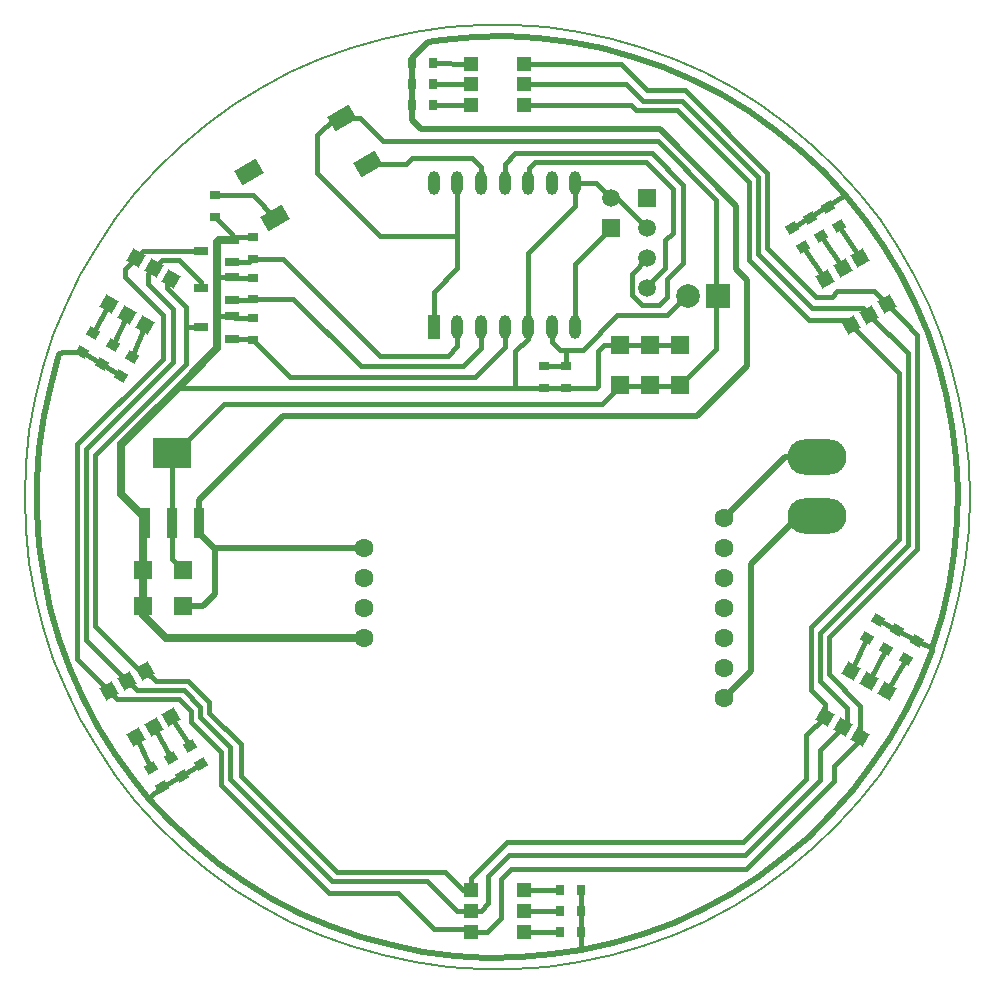
<source format=gtl>
%FSLAX23Y23*%
%MOMM*%
%SFA1B1*%

%IPPOS*%
%AMD14*
4,1,4,0.609600,-0.106680,0.210820,0.581660,-0.609600,0.106680,-0.210820,-0.581660,0.609600,-0.106680,0.0*
%
%AMD15*
4,1,4,0.210820,-0.581660,0.609600,0.106680,-0.210820,0.581660,-0.609600,-0.106680,0.210820,-0.581660,0.0*
%
%AMD16*
4,1,4,-0.817880,0.218440,-0.218440,-0.817880,0.817880,-0.218440,0.218440,0.817880,-0.817880,0.218440,0.0*
%
%AMD17*
4,1,4,-0.218440,0.817880,-0.817880,-0.218440,0.218440,-0.817880,0.817880,0.218440,-0.218440,0.817880,0.0*
%
%AMD23*
4,1,4,-1.257300,0.081280,-0.558800,-1.130300,1.257300,-0.081280,0.558800,1.130300,-1.257300,0.081280,0.0*
%
%ADD10C,0.199898*%
%ADD11C,0.508000*%
%ADD12R,0.949960X0.800100*%
%ADD13R,1.199896X0.649986*%
G04~CAMADD=14~9~0.0~0.0~315.0~374.0~0.0~0.0~0~0.0~0.0~0.0~0.0~0~0.0~0.0~0.0~0.0~0~0.0~0.0~0.0~300.0~480.0~457.0*
%ADD14D14*%
G04~CAMADD=15~9~0.0~0.0~315.0~374.0~0.0~0.0~0~0.0~0.0~0.0~0.0~0~0.0~0.0~0.0~0.0~0~0.0~0.0~0.0~240.0~480.0~457.0*
%ADD15D15*%
G04~CAMADD=16~10~0.0~472.4~0.0~0.0~0.0~0.0~0~0.0~0.0~0.0~0.0~0~0.0~0.0~0.0~0.0~0~0.0~0.0~0.0~120.0~472.4~0.0*
%ADD16D16*%
G04~CAMADD=17~10~0.0~472.4~0.0~0.0~0.0~0.0~0~0.0~0.0~0.0~0.0~0~0.0~0.0~0.0~0.0~0~0.0~0.0~0.0~420.0~472.4~0.0*
%ADD17D17*%
%ADD18O,0.999998X1.999996*%
%ADD19R,0.999998X1.999996*%
%ADD20R,1.599946X1.599946*%
%ADD21R,3.299968X2.549906*%
%ADD22R,0.949960X2.549906*%
G04~CAMADD=23~9~0.0~0.0~551.2~826.8~0.0~0.0~0~0.0~0.0~0.0~0.0~0~0.0~0.0~0.0~0.0~0~0.0~0.0~0.0~120.0~990.0~889.0*
%ADD23D23*%
%ADD24R,1.599946X1.599946*%
%ADD25R,0.800100X0.949960*%
%ADD26R,1.199896X1.199896*%
%ADD27C,0.635000*%
%ADD28C,0.381000*%
%ADD29R,1.500124X1.500124*%
%ADD30C,1.500124*%
%ADD31O,4.999990X2.999994*%
%ADD32C,1.999996*%
%ADD33R,1.999996X1.999996*%
%ADD34C,1.599946*%
G54D10*
X39999Y176783D02*
D01*
X39902Y179574*
X39610Y182350*
X39125Y185100*
X38450Y187809*
X37587Y190464*
X36541Y193053*
X35317Y195562*
X33921Y197980*
X32360Y200295*
X30641Y202495*
X28773Y204570*
X26765Y206509*
X24626Y208304*
X22367Y209945*
X19999Y211424*
X17534Y212735*
X14984Y213871*
X12360Y214826*
X9676Y215595*
X6945Y216176*
X4181Y216564*
X1395Y216759*
X-1395*
X-4181Y216564*
X-6945Y216176*
X-9676Y215595*
X-12360Y214826*
X-14984Y213871*
X-17534Y212735*
X-19999Y211424*
X-22367Y209945*
X-24626Y208304*
X-26765Y206509*
X-28773Y204570*
X-30641Y202495*
X-32360Y200295*
X-33921Y197980*
X-35317Y195562*
X-36541Y193053*
X-37587Y190464*
X-38450Y187809*
X-39125Y185100*
X-39610Y182350*
X-39902Y179574*
X-39999Y176783*
X-39902Y173993*
X-39610Y171217*
X-39125Y168467*
X-38450Y165758*
X-37587Y163103*
X-36541Y160514*
X-35317Y158005*
X-33921Y155587*
X-32360Y153272*
X-30641Y151072*
X-28773Y148997*
X-26765Y147058*
X-24626Y145263*
X-22367Y143622*
X-19999Y142143*
X-17534Y140832*
X-14984Y139696*
X-12360Y138741*
X-9676Y137972*
X-6945Y137391*
X-4181Y137003*
X-1395Y136808*
X1395*
X4181Y137003*
X6945Y137391*
X9676Y137972*
X12360Y138741*
X14984Y139696*
X17534Y140832*
X19999Y142143*
X22367Y143622*
X24626Y145263*
X26765Y147058*
X28773Y148997*
X30641Y151072*
X32360Y153272*
X33921Y155587*
X35317Y158005*
X36541Y160514*
X37587Y163103*
X38450Y165758*
X39125Y168467*
X39610Y171217*
X39902Y173993*
X39999Y176783*
G54D11*
X29476Y202321D02*
D01*
X27622Y204315*
X25635Y206175*
X23522Y207891*
X21295Y209456*
X18964Y210862*
X16540Y212102*
X14036Y213170*
X11464Y214060*
X8836Y214769*
X6164Y215293*
X3463Y215629*
X745Y215776*
X-1976Y215733*
X-4688Y215501*
X-5827Y215346*
X36843Y163996D02*
D01*
X37646Y166597*
X38265Y169248*
X38697Y171935*
X38941Y174647*
X38995Y177368*
X38859Y180087*
X38534Y182790*
X38021Y185463*
X37323Y188094*
X36443Y190670*
X35386Y193179*
X34156Y195607*
X32760Y197944*
X31204Y200178*
X29496Y202297*
X29476Y202321*
X7110Y138437D02*
D01*
X9768Y139027*
X12378Y139800*
X14927Y140753*
X17404Y141883*
X19796Y143182*
X22092Y144644*
X24280Y146264*
X26350Y148032*
X28291Y149940*
X30095Y151979*
X31752Y154139*
X33254Y156409*
X34595Y158778*
X35766Y161235*
X36764Y163768*
X36843Y163996*
X-29538Y151319D02*
D01*
X-27690Y149320*
X-25707Y147456*
X-23598Y145734*
X-21375Y144163*
X-19048Y142752*
X-16627Y141506*
X-14126Y140432*
X-11556Y139535*
X-8929Y138820*
X-6259Y138289*
X-3559Y137946*
X-841Y137793*
X1880Y137829*
X4593Y138055*
X7110Y138437*
X-37074Y188887D02*
D01*
X-37828Y186271*
X-38397Y183609*
X-38780Y180914*
X-38974Y178199*
X-38978Y175477*
X-38791Y172761*
X-38416Y170065*
X-37854Y167401*
X-37107Y164784*
X-36180Y162224*
X-35076Y159736*
X-33802Y157331*
X-32362Y155020*
X-30765Y152816*
X-29538Y151319*
X25566Y175172D02*
X27050D01*
X21462Y171068D02*
X25566Y175172D01*
X21462Y162051D02*
Y171068D01*
X19176Y159765D02*
X21462Y162051D01*
X24343Y180172D02*
X27050D01*
X19176Y175005D02*
X24343Y180172D01*
X-7249Y213923D02*
X-5827Y215346D01*
X-23748Y172465D02*
X-11302D01*
X-23875Y172338D02*
X-23748Y172465D01*
X21145Y187896D02*
Y195135D01*
X16890Y183641D02*
X21145Y187896D01*
X-18160Y183641D02*
X16890D01*
X-25259Y176543D02*
X-18160Y183641D01*
X-25259Y173722D02*
Y174570D01*
Y173722D02*
X-23875Y172338D01*
Y168528D02*
Y172338D01*
X-24891Y167512D02*
X-23875Y168528D01*
X-26620Y167512D02*
X-24891D01*
X-25259Y174570D02*
Y176543D01*
X20192Y196087D02*
X21145Y195135D01*
X20192Y196087D02*
Y201446D01*
X13740Y207898D02*
X20192Y201446D01*
X-6476Y207898D02*
X13740D01*
X-7249Y208671D02*
X-6476Y207898D01*
X-7249Y208671D02*
Y209930D01*
Y211708D02*
Y213486D01*
Y209930D02*
Y211708D01*
G54D12*
X-20700Y193537D03*
Y195336D03*
Y190108D03*
Y191907D03*
Y196966D03*
Y198765D03*
X-23875Y200522D03*
Y202321D03*
X3936Y186044D03*
Y187843D03*
X5841D03*
Y186044D03*
G54D13*
X-22422Y195386D03*
Y193487D03*
X-25075Y194436D03*
X-22422Y192084D03*
Y190185D03*
X-25075Y191134D03*
X-22422Y198561D03*
Y196662D03*
X-25075Y197611D03*
G54D14*
X-28378Y152255D03*
X-29279Y153814D03*
X-25076Y154160D03*
X-25977Y155719D03*
X-26727Y153144D03*
X-27628Y154703D03*
X27997Y201312D03*
X28898Y199753D03*
X24949Y199534D03*
X25850Y197975D03*
X26473Y200423D03*
X27374Y198864D03*
G54D15*
X-35121Y189085D03*
X-34220Y190644D03*
X-31819Y187053D03*
X-30918Y188612D03*
X-33470Y188069D03*
X-32569Y189628D03*
X35502Y164609D03*
X34601Y163050D03*
X32200Y166387D03*
X31299Y164828D03*
X33851Y165498D03*
X32950Y163939D03*
G54D16*
X-32866Y160331D03*
X-31350Y161206D03*
X-29835Y162081D03*
X-27585Y158184D03*
X-29101Y157309D03*
X-30616Y156434D03*
X32993Y193109D03*
X31477Y192234D03*
X29962Y191359D03*
X27712Y195256D03*
X29228Y196131D03*
X30743Y197006D03*
G54D17*
X-30616Y197006D03*
X-29101Y196131D03*
X-27585Y195256D03*
X-29835Y191359D03*
X-31350Y192234D03*
X-32866Y193109D03*
X30743Y156434D03*
X29228Y157309D03*
X27712Y158184D03*
X29962Y162081D03*
X31477Y161206D03*
X32993Y160331D03*
G54D18*
X-5379Y203334D03*
X-3379D03*
X-1379D03*
X620D03*
X2620D03*
X4620D03*
X6620D03*
Y191134D03*
X4620D03*
X2620D03*
X620D03*
X-1379D03*
X-3379D03*
G54D19*
X-5379Y191134D03*
G54D20*
X-30021Y170560D03*
X-26620D03*
Y167512D03*
X-30021D03*
G54D21*
X-27558Y180521D03*
G54D22*
X-25259Y174570D03*
X-27558D03*
X-29858D03*
G54D23*
X-10921Y204977D03*
X-18802Y200428D03*
X-13171Y208875D03*
X-21052Y204325D03*
G54D24*
X12953Y189660D03*
Y186259D03*
X10413Y189660D03*
Y186259D03*
X15493Y189660D03*
Y186259D03*
G54D25*
X-7249Y213486D03*
X-5450D03*
X-7249Y209930D03*
X-5450D03*
X-7249Y211708D03*
X-5450D03*
X7122Y139953D03*
X5323D03*
X7122Y143509D03*
X5323D03*
X7122Y141731D03*
X5323D03*
G54D26*
X2249Y213459D03*
Y211708D03*
Y209958D03*
X-2249D03*
Y211708D03*
Y213459D03*
Y139981D03*
Y141731D03*
Y143482D03*
X2249D03*
Y141731D03*
Y139981D03*
G54D27*
X-30021Y167512D02*
Y174409D01*
Y175182*
X-27074Y186044D02*
X-23720Y189398D01*
X-31876Y181241D02*
X-27074Y186044D01*
X-28066Y164845D02*
X-11302D01*
X-30021Y166800D02*
X-28066Y164845D01*
X-23720Y189398D02*
Y195386D01*
Y198402*
X-23561Y198561D02*
X-22422D01*
X-23720Y198402D02*
X-23561Y198561D01*
X-30021Y174409D02*
X-29858Y174570D01*
X-31876Y181101D02*
Y181241D01*
Y177037D02*
Y181101D01*
Y177037D02*
X-30021Y175182D01*
Y166800D02*
Y167512D01*
G54D28*
X-27074Y186044D02*
X1523D01*
X14223Y196149D02*
Y198500D01*
X12699Y194625D02*
X14223Y196149D01*
X12699Y194436D02*
Y194625D01*
X15747Y196595D02*
Y203199D01*
X14350Y195198D02*
X15747Y196595D01*
X14350Y193674D02*
Y195198D01*
X13715Y193039D02*
X14350Y193674D01*
X12228Y193039D02*
X13715D01*
X11378Y193889D02*
X12228Y193039D01*
X27953Y201384D02*
X29476Y202321D01*
X26451Y200459D02*
X27953Y201384D01*
X24949Y199534D02*
X26451Y200459D01*
X35502Y164609D02*
X36843Y163996D01*
X7110Y138437D02*
X7122Y139953D01*
X-37074Y188887D02*
X-36876Y189085D01*
X-26755Y153192D02*
X-25076Y154160D01*
X-28378Y152255D02*
X-26755Y153192D01*
X-29538Y151319D02*
X-28378Y152255D01*
X8889Y184657D02*
X10413Y186181D01*
X-23113Y184657D02*
X8889D01*
X-27250Y180521D02*
X-23113Y184657D01*
X-17536Y186943D02*
X-1919D01*
X-20700Y190108D02*
X-17536Y186943D01*
X5841Y186044D02*
D01*
X3936D02*
X5841D01*
X-27558Y180521D02*
X-27250D01*
X-26352Y188023D02*
Y191134D01*
X-34035Y180339D02*
X-26352Y188023D01*
X-23720Y195386D02*
X-22422D01*
X-31876Y181101D02*
X-29844Y183133D01*
X11378Y193889D02*
Y195655D01*
X12699Y196976*
X14223Y198500D02*
X14858Y199135D01*
Y202818*
X13080Y205866D02*
X15747Y203199D01*
X1523Y205866D02*
X13080D01*
X10159Y202056D02*
X12699Y199516D01*
X9651Y202056D02*
X10159D01*
X15239Y209549D02*
X21335Y203453D01*
X11711Y209549D02*
X15239D01*
X11302Y209958D02*
X11711Y209549D01*
X12327Y210311D02*
X15620D01*
X10931Y211708D02*
X12327Y210311D01*
X15620D02*
X22097Y203834D01*
X12699Y211200D02*
X15874D01*
X10441Y213459D02*
X12699Y211200D01*
X2249Y213459D02*
X10441D01*
X15874Y211200D02*
X22859Y204215D01*
X620Y204963D02*
X1523Y205866D01*
X18541Y193674D02*
Y201929D01*
X13588Y206882D02*
X18541Y201929D01*
X-9651Y206882D02*
X13588D01*
X22859Y197865D02*
Y204215D01*
Y197865D02*
X27009Y193716D01*
X26669Y192785D02*
X30926D01*
X22097Y197357D02*
X26669Y192785D01*
X22097Y197357D02*
Y203834D01*
X26415Y191769D02*
X29551D01*
X21335Y196849D02*
X26415Y191769D01*
X21335Y196849D02*
Y203453D01*
X30926Y192785D02*
X31477Y192234D01*
X29551Y191769D02*
X29962Y191359D01*
X34035Y173227D02*
Y187285D01*
X26542Y165734D02*
X34035Y173227D01*
X26542Y160400D02*
Y165734D01*
X27304Y165226D02*
X34797Y172719D01*
X27304Y161162D02*
Y165226D01*
Y161162D02*
X29590Y158876D01*
X26542Y160400D02*
X27712Y159231D01*
X29590Y157672D02*
Y158876D01*
X30743Y156434D02*
Y159121D01*
X28066Y161797D02*
X30743Y159121D01*
X28066Y161797D02*
Y164889D01*
X35559Y172382*
X27712Y158184D02*
Y159231D01*
X1015Y146430D02*
X20954D01*
X-761Y144652D02*
X1015Y146430D01*
X-761Y142366D02*
Y144652D01*
X-5968Y144271D02*
X-3428Y141731D01*
X-13969Y144271D02*
X-5968D01*
X-22605Y152907D02*
X-13969Y144271D01*
X-4444Y145033D02*
X-2893Y143482D01*
X-13588Y145033D02*
X-4444D01*
X-21716Y153161D02*
X-13588Y145033D01*
X-21716Y153161D02*
Y155828D01*
X-22605Y152907D02*
Y155574D01*
X-24383Y158495D02*
X-21716Y155828D01*
X-24383Y158495D02*
Y159384D01*
X-1919Y186943D02*
X620Y189483D01*
X-26352Y191134D02*
Y192849D01*
Y191134D02*
X-25075D01*
X-27939Y194436D02*
X-26352Y192849D01*
X-34035Y165861D02*
Y180339D01*
Y165861D02*
X-30255Y162081D01*
X-27431Y188213D02*
Y192658D01*
X-34797Y180847D02*
X-27431Y188213D01*
X-34797Y164653D02*
Y180847D01*
X-29590Y194817D02*
X-27431Y192658D01*
X12572Y205104D02*
X14858Y202818D01*
X3174Y205104D02*
X12572D01*
X2666Y204596D02*
X3174Y205104D01*
X2666Y203382D02*
Y204596D01*
X10159Y192150D02*
X14350D01*
X16001Y193801*
X-1379Y203334D02*
Y204706D01*
X-2158Y205485D02*
X-1379Y204706D01*
X-7238Y205485D02*
X-2158D01*
X-7746Y204977D02*
X-7238Y205485D01*
X-11644Y208875D02*
X-9651Y206882D01*
X10413Y186181D02*
X15416D01*
X-10921Y204977D02*
X-7746D01*
X-9905Y198881D02*
X-3379D01*
X-15239Y204215D02*
X-9905Y198881D01*
X-15239Y204215D02*
Y207390D01*
X-13755Y208875*
X-13171*
X-11644*
X-23875Y200522D02*
X-22422Y199067D01*
Y198561D02*
Y199067D01*
X-22224Y198759D02*
X-22217Y198765D01*
X-23875Y202321D02*
X-20696D01*
X-18802Y200428*
X8508Y186181D02*
Y189102D01*
X9066Y189660*
X10413*
X5714Y189229D02*
X5841Y189102D01*
X5714Y189229D02*
X7238D01*
X5333D02*
X5714D01*
X5841Y187843D02*
Y189102D01*
Y187843D02*
D01*
X3936D02*
X5841D01*
X2620Y190199D02*
Y191134D01*
X1523Y186044D02*
Y189102D01*
Y186044D02*
X3936D01*
X1523Y189102D02*
X2620Y190199D01*
X5841Y186044D02*
X8371D01*
X8508Y186181*
X6620Y201421D02*
Y203334D01*
X2620Y197422D02*
X6620Y201421D01*
X2620Y191134D02*
Y197422D01*
X6620Y203334D02*
X8374D01*
X9651Y202056*
X620Y203334D02*
Y204963D01*
X6620Y191134D02*
Y196485D01*
X9651Y199516*
X26161Y152907D02*
Y156633D01*
X20827Y147573D02*
X26161Y152907D01*
X798Y147573D02*
X20827D01*
X27304Y152780D02*
Y155386D01*
X20954Y146430D02*
X27304Y152780D01*
X21081Y145287D02*
X28511Y152717D01*
Y153987D02*
X30743Y156219D01*
X28511Y152717D02*
Y153987D01*
X30743Y156219D02*
Y156434D01*
X27304Y155386D02*
X29228Y157309D01*
X26161Y156633D02*
X27712Y158184D01*
X2249Y209958D02*
X11302D01*
X2249Y211708D02*
X10931D01*
X-3379Y198881D02*
Y203334D01*
Y196137D02*
Y198881D01*
X12953Y189660D02*
X15493D01*
X10413D02*
X12953D01*
X18541Y193674D02*
X18668Y193801D01*
X18541Y189307D02*
Y193674D01*
X7238Y189229D02*
X10159Y192150D01*
X4620Y189943D02*
X5333Y189229D01*
X4620Y189943D02*
Y191134D01*
X15416Y186181D02*
X15493Y186259D01*
X18541Y189307*
X-27558Y174570D02*
Y180521D01*
Y171499D02*
X-26620Y170560D01*
X-27558Y171499D02*
Y174570D01*
X2620Y203334D02*
X2666Y203382D01*
X-5379Y191134D02*
Y194137D01*
X-3379Y196137*
X-26161Y161162D02*
X-24383Y159384D01*
X-25145Y158114D02*
X-22605Y155574D01*
X-26542Y160400D02*
X-25145Y159003D01*
Y158114D02*
Y159003D01*
X-23367Y152399D02*
Y155193D01*
X-25907Y157733D02*
X-23367Y155193D01*
X-26923Y159638D02*
X-25907Y158622D01*
Y157733D02*
Y158622D01*
X-8381Y143255D02*
X-5333Y140207D01*
X-14223Y143255D02*
X-8381D01*
X-23367Y152399D02*
X-14223Y143255D01*
X-3428Y141731D02*
X-2249D01*
X-2893Y143482D02*
X-2249D01*
X-5333Y140207D02*
X-2475D01*
X-22217Y198765D02*
X-20700D01*
X-22422Y195386D02*
X-22372Y195336D01*
X-20700*
X-22422Y192084D02*
X-22245Y191907D01*
X-20700*
X-23621Y192084D02*
X-22422D01*
X-20751Y193487D02*
X-20700Y193537D01*
X-22422Y193487D02*
X-20751D01*
X-21005Y196662D02*
X-20700Y196966D01*
X-22422Y196662D02*
X-21005D01*
X-20777Y190185D02*
X-20700Y190108D01*
X-22422Y190185D02*
X-20777D01*
X-30616Y197006D02*
X-30011Y197611D01*
X-25075*
Y194436D02*
Y195001D01*
X-26923Y196849D02*
X-25075Y195001D01*
X-28382Y196849D02*
X-26923D01*
X-29101Y196131D02*
X-28382Y196849D01*
X620Y189483D02*
Y191134D01*
X-11556Y187832D02*
X-2920D01*
X-17261Y193537D02*
X-11556Y187832D01*
X-20700Y193537D02*
X-17261D01*
X-1396Y191117D02*
X-1379Y191134D01*
X-1396Y189356D02*
Y191117D01*
X-4190Y188721D02*
X-3379Y189533D01*
X-9905Y188721D02*
X-4190D01*
X-3379Y189533D02*
Y191134D01*
X-2920Y187832D02*
X-1396Y189356D01*
X-18150Y196966D02*
X-9905Y188721D01*
X-20700Y196966D02*
X-18150D01*
X-35559Y181228D02*
X-28320Y188467D01*
Y192234*
X27009Y193716D02*
X28320D01*
X34797Y172719D02*
Y188975D01*
X-2475Y140207D02*
X-2249Y139981D01*
X-28916Y161162D02*
X-26161D01*
X-30545Y160400D02*
X-26542D01*
X-34797Y164653D02*
X-31350Y161206D01*
X-31495Y195409D02*
X-28320Y192234D01*
X-27939Y194436D02*
Y194902D01*
X-27585Y195256*
X-29590Y194817D02*
Y195641D01*
X-29101Y196131*
X-31495Y195409D02*
Y196127D01*
X-30616Y197006*
X-30255Y162081D02*
X-29835D01*
X-35559Y163025D02*
Y181228D01*
Y163025D02*
X-32866Y160331D01*
X-29835Y162081D02*
X-28916Y161162D01*
X-31350Y161206D02*
X-30545Y160400D01*
X-32173Y159638D02*
X-26923D01*
X-32866Y160331D02*
X-32173Y159638D01*
X-2249Y144525D02*
X798Y147573D01*
X-2249Y143482D02*
Y144525D01*
X-1396Y141731D02*
X-761Y142366D01*
X-2249Y141731D02*
X-1396D01*
X1142Y145287D02*
X21081D01*
X317Y144462D02*
X1142Y145287D01*
X317Y141160D02*
Y144462D01*
X-2249Y139981D02*
X-861D01*
X317Y141160*
X29228Y157309D02*
X29590Y157672D01*
X29962Y191359D02*
X34035Y187285D01*
X35559Y172382D02*
Y190499D01*
X34736Y188975D02*
X34797D01*
X31477Y192234D02*
X34736Y188975D01*
X34416Y191642D02*
X35559Y190499D01*
X32993Y193109D02*
X34416Y191685D01*
Y191642D02*
Y191685D01*
X31919Y194182D02*
X32993Y193109D01*
X28787Y194182D02*
X31919D01*
X28320Y193716D02*
X28787Y194182D01*
X-27585Y158184D02*
X-25977Y155719D01*
X-29101Y157309D02*
X-27628Y154703D01*
X-30616Y156434D02*
X-29279Y153814D01*
X2249Y139981D02*
X5323Y139953D01*
X2249Y141731D02*
X5323D01*
X2249Y143482D02*
X5323Y143509D01*
X32993Y160331D02*
X34601Y163050D01*
X31477Y161206D02*
X32950Y163939D01*
X29962Y162081D02*
X31299Y164828D01*
X28898Y199753D02*
X30743Y197006D01*
X27374Y198864D02*
X29228Y196131D01*
X25850Y197975D02*
X27712Y195256D01*
X-5450Y209930D02*
X-2249Y209958D01*
X-5450Y211708D02*
X-2249D01*
X-5450Y213486D02*
X-2249Y213459D01*
X-30918Y188612D02*
X-29835Y191359D01*
X-32569Y189628D02*
X-31350Y192234D01*
X-34220Y190644D02*
X-32866Y193109D01*
X-36876Y189085D02*
X-35121D01*
X-33470Y188069D02*
X-31819Y187053D01*
X-35121Y189085D02*
X-33470Y188069D01*
X7122Y141731D02*
Y143509D01*
Y139953D02*
Y141731D01*
X33851Y165498D02*
X35502Y164609D01*
X32200Y166387D02*
X33851Y165498D01*
X-7249Y213486D02*
Y213923D01*
G54D29*
X9651Y199516D03*
X12699Y202056D03*
G54D30*
X9651Y202056D03*
X12699Y199516D03*
Y196976D03*
Y194436D03*
G54D31*
X27050Y175172D03*
Y180172D03*
G54D32*
X16128Y193801D03*
G54D33*
X18668Y193801D03*
G54D34*
X19176Y175005D03*
Y172465D03*
Y169925D03*
Y167385D03*
Y164845D03*
Y162305D03*
Y159765D03*
X-11302Y172465D03*
Y169925D03*
Y167385D03*
Y164845D03*
M02*
</source>
